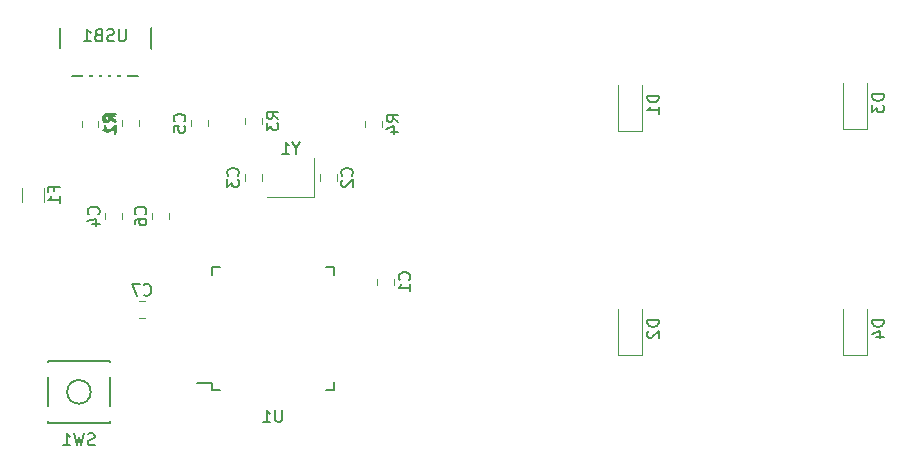
<source format=gbo>
G04 #@! TF.GenerationSoftware,KiCad,Pcbnew,(5.1.4)-1*
G04 #@! TF.CreationDate,2020-10-19T04:22:10-07:00*
G04 #@! TF.ProjectId,test-pcb,74657374-2d70-4636-922e-6b696361645f,rev?*
G04 #@! TF.SameCoordinates,Original*
G04 #@! TF.FileFunction,Legend,Bot*
G04 #@! TF.FilePolarity,Positive*
%FSLAX46Y46*%
G04 Gerber Fmt 4.6, Leading zero omitted, Abs format (unit mm)*
G04 Created by KiCad (PCBNEW (5.1.4)-1) date 2020-10-19 04:22:10*
%MOMM*%
%LPD*%
G04 APERTURE LIST*
%ADD10C,0.120000*%
%ADD11C,0.150000*%
%ADD12R,1.502000X1.302000*%
%ADD13O,1.802000X2.802000*%
%ADD14R,0.602000X2.352000*%
%ADD15R,0.652000X1.602000*%
%ADD16R,1.602000X0.652000*%
%ADD17R,1.902000X1.202000*%
%ADD18C,0.100000*%
%ADD19C,1.077000*%
%ADD20C,1.852000*%
%ADD21C,2.352000*%
%ADD22C,4.089800*%
%ADD23C,2.352000*%
%ADD24C,1.352000*%
%ADD25R,1.302000X1.002000*%
G04 APERTURE END LIST*
D10*
X52641250Y-100773500D02*
X48641250Y-100773500D01*
X52641250Y-97473500D02*
X52641250Y-100773500D01*
D11*
X31075000Y-85090000D02*
X31075000Y-90540000D01*
X38775000Y-85090000D02*
X38775000Y-90540000D01*
X31075000Y-90540000D02*
X38775000Y-90540000D01*
X43974000Y-116518750D02*
X42699000Y-116518750D01*
X54324000Y-117093750D02*
X53649000Y-117093750D01*
X54324000Y-106743750D02*
X53649000Y-106743750D01*
X43974000Y-106743750D02*
X44649000Y-106743750D01*
X43974000Y-117093750D02*
X44649000Y-117093750D01*
X43974000Y-106743750D02*
X43974000Y-107418750D01*
X54324000Y-106743750D02*
X54324000Y-107418750D01*
X54324000Y-117093750D02*
X54324000Y-116418750D01*
X43974000Y-117093750D02*
X43974000Y-116518750D01*
X35314000Y-114676000D02*
X30114000Y-114676000D01*
X30114000Y-114676000D02*
X30114000Y-119876000D01*
X30114000Y-119876000D02*
X35314000Y-119876000D01*
X35314000Y-119876000D02*
X35314000Y-114676000D01*
X33714000Y-117276000D02*
G75*
G03X33714000Y-117276000I-1000000J0D01*
G01*
D10*
X56948000Y-94825078D02*
X56948000Y-94307922D01*
X58368000Y-94825078D02*
X58368000Y-94307922D01*
X46788000Y-94571078D02*
X46788000Y-94053922D01*
X48208000Y-94571078D02*
X48208000Y-94053922D01*
X37794000Y-94229422D02*
X37794000Y-94746578D01*
X36374000Y-94229422D02*
X36374000Y-94746578D01*
X32945000Y-94873578D02*
X32945000Y-94356422D01*
X34365000Y-94873578D02*
X34365000Y-94356422D01*
X27919000Y-101183064D02*
X27919000Y-99978936D01*
X29739000Y-101183064D02*
X29739000Y-99978936D01*
X99425000Y-114168750D02*
X99425000Y-110268750D01*
X97425000Y-114168750D02*
X97425000Y-110268750D01*
X99425000Y-114168750D02*
X97425000Y-114168750D01*
X99425000Y-95056250D02*
X99425000Y-91156250D01*
X97425000Y-95056250D02*
X97425000Y-91156250D01*
X99425000Y-95056250D02*
X97425000Y-95056250D01*
X80375000Y-114168750D02*
X80375000Y-110268750D01*
X78375000Y-114168750D02*
X78375000Y-110268750D01*
X80375000Y-114168750D02*
X78375000Y-114168750D01*
X80375000Y-95181250D02*
X80375000Y-91281250D01*
X78375000Y-95181250D02*
X78375000Y-91281250D01*
X80375000Y-95181250D02*
X78375000Y-95181250D01*
X38295078Y-111041250D02*
X37777922Y-111041250D01*
X38295078Y-109621250D02*
X37777922Y-109621250D01*
X38914000Y-102135172D02*
X38914000Y-102652328D01*
X40334000Y-102135172D02*
X40334000Y-102652328D01*
X43636000Y-94277922D02*
X43636000Y-94795078D01*
X42216000Y-94277922D02*
X42216000Y-94795078D01*
X34945250Y-102135172D02*
X34945250Y-102652328D01*
X36365250Y-102135172D02*
X36365250Y-102652328D01*
X48176250Y-98864922D02*
X48176250Y-99382078D01*
X46756250Y-98864922D02*
X46756250Y-99382078D01*
X53106250Y-99382078D02*
X53106250Y-98864922D01*
X54526250Y-99382078D02*
X54526250Y-98864922D01*
X57964000Y-108208578D02*
X57964000Y-107691422D01*
X59384000Y-108208578D02*
X59384000Y-107691422D01*
D11*
X51117440Y-96649690D02*
X51117440Y-97125880D01*
X51450773Y-96125880D02*
X51117440Y-96649690D01*
X50784107Y-96125880D01*
X49926964Y-97125880D02*
X50498392Y-97125880D01*
X50212678Y-97125880D02*
X50212678Y-96125880D01*
X50307916Y-96268738D01*
X50403154Y-96363976D01*
X50498392Y-96411595D01*
X36663095Y-86574380D02*
X36663095Y-87383904D01*
X36615476Y-87479142D01*
X36567857Y-87526761D01*
X36472619Y-87574380D01*
X36282142Y-87574380D01*
X36186904Y-87526761D01*
X36139285Y-87479142D01*
X36091666Y-87383904D01*
X36091666Y-86574380D01*
X35663095Y-87526761D02*
X35520238Y-87574380D01*
X35282142Y-87574380D01*
X35186904Y-87526761D01*
X35139285Y-87479142D01*
X35091666Y-87383904D01*
X35091666Y-87288666D01*
X35139285Y-87193428D01*
X35186904Y-87145809D01*
X35282142Y-87098190D01*
X35472619Y-87050571D01*
X35567857Y-87002952D01*
X35615476Y-86955333D01*
X35663095Y-86860095D01*
X35663095Y-86764857D01*
X35615476Y-86669619D01*
X35567857Y-86622000D01*
X35472619Y-86574380D01*
X35234523Y-86574380D01*
X35091666Y-86622000D01*
X34329761Y-87050571D02*
X34186904Y-87098190D01*
X34139285Y-87145809D01*
X34091666Y-87241047D01*
X34091666Y-87383904D01*
X34139285Y-87479142D01*
X34186904Y-87526761D01*
X34282142Y-87574380D01*
X34663095Y-87574380D01*
X34663095Y-86574380D01*
X34329761Y-86574380D01*
X34234523Y-86622000D01*
X34186904Y-86669619D01*
X34139285Y-86764857D01*
X34139285Y-86860095D01*
X34186904Y-86955333D01*
X34234523Y-87002952D01*
X34329761Y-87050571D01*
X34663095Y-87050571D01*
X33139285Y-87574380D02*
X33710714Y-87574380D01*
X33424999Y-87574380D02*
X33424999Y-86574380D01*
X33520238Y-86717238D01*
X33615476Y-86812476D01*
X33710714Y-86860095D01*
X49910904Y-118821130D02*
X49910904Y-119630654D01*
X49863285Y-119725892D01*
X49815666Y-119773511D01*
X49720428Y-119821130D01*
X49529952Y-119821130D01*
X49434714Y-119773511D01*
X49387095Y-119725892D01*
X49339476Y-119630654D01*
X49339476Y-118821130D01*
X48339476Y-119821130D02*
X48910904Y-119821130D01*
X48625190Y-119821130D02*
X48625190Y-118821130D01*
X48720428Y-118963988D01*
X48815666Y-119059226D01*
X48910904Y-119106845D01*
X34047333Y-121744761D02*
X33904476Y-121792380D01*
X33666380Y-121792380D01*
X33571142Y-121744761D01*
X33523523Y-121697142D01*
X33475904Y-121601904D01*
X33475904Y-121506666D01*
X33523523Y-121411428D01*
X33571142Y-121363809D01*
X33666380Y-121316190D01*
X33856857Y-121268571D01*
X33952095Y-121220952D01*
X33999714Y-121173333D01*
X34047333Y-121078095D01*
X34047333Y-120982857D01*
X33999714Y-120887619D01*
X33952095Y-120840000D01*
X33856857Y-120792380D01*
X33618761Y-120792380D01*
X33475904Y-120840000D01*
X33142571Y-120792380D02*
X32904476Y-121792380D01*
X32714000Y-121078095D01*
X32523523Y-121792380D01*
X32285428Y-120792380D01*
X31380666Y-121792380D02*
X31952095Y-121792380D01*
X31666380Y-121792380D02*
X31666380Y-120792380D01*
X31761619Y-120935238D01*
X31856857Y-121030476D01*
X31952095Y-121078095D01*
X59760380Y-94399833D02*
X59284190Y-94066500D01*
X59760380Y-93828404D02*
X58760380Y-93828404D01*
X58760380Y-94209357D01*
X58808000Y-94304595D01*
X58855619Y-94352214D01*
X58950857Y-94399833D01*
X59093714Y-94399833D01*
X59188952Y-94352214D01*
X59236571Y-94304595D01*
X59284190Y-94209357D01*
X59284190Y-93828404D01*
X59093714Y-95256976D02*
X59760380Y-95256976D01*
X58712761Y-95018880D02*
X59427047Y-94780785D01*
X59427047Y-95399833D01*
X49600380Y-94145833D02*
X49124190Y-93812500D01*
X49600380Y-93574404D02*
X48600380Y-93574404D01*
X48600380Y-93955357D01*
X48648000Y-94050595D01*
X48695619Y-94098214D01*
X48790857Y-94145833D01*
X48933714Y-94145833D01*
X49028952Y-94098214D01*
X49076571Y-94050595D01*
X49124190Y-93955357D01*
X49124190Y-93574404D01*
X48600380Y-94479166D02*
X48600380Y-95098214D01*
X48981333Y-94764880D01*
X48981333Y-94907738D01*
X49028952Y-95002976D01*
X49076571Y-95050595D01*
X49171809Y-95098214D01*
X49409904Y-95098214D01*
X49505142Y-95050595D01*
X49552761Y-95002976D01*
X49600380Y-94907738D01*
X49600380Y-94622023D01*
X49552761Y-94526785D01*
X49505142Y-94479166D01*
X35886380Y-94321333D02*
X35410190Y-93988000D01*
X35886380Y-93749904D02*
X34886380Y-93749904D01*
X34886380Y-94130857D01*
X34934000Y-94226095D01*
X34981619Y-94273714D01*
X35076857Y-94321333D01*
X35219714Y-94321333D01*
X35314952Y-94273714D01*
X35362571Y-94226095D01*
X35410190Y-94130857D01*
X35410190Y-93749904D01*
X34981619Y-94702285D02*
X34934000Y-94749904D01*
X34886380Y-94845142D01*
X34886380Y-95083238D01*
X34934000Y-95178476D01*
X34981619Y-95226095D01*
X35076857Y-95273714D01*
X35172095Y-95273714D01*
X35314952Y-95226095D01*
X35886380Y-94654666D01*
X35886380Y-95273714D01*
X35757380Y-94448333D02*
X35281190Y-94115000D01*
X35757380Y-93876904D02*
X34757380Y-93876904D01*
X34757380Y-94257857D01*
X34805000Y-94353095D01*
X34852619Y-94400714D01*
X34947857Y-94448333D01*
X35090714Y-94448333D01*
X35185952Y-94400714D01*
X35233571Y-94353095D01*
X35281190Y-94257857D01*
X35281190Y-93876904D01*
X35757380Y-95400714D02*
X35757380Y-94829285D01*
X35757380Y-95115000D02*
X34757380Y-95115000D01*
X34900238Y-95019761D01*
X34995476Y-94924523D01*
X35043095Y-94829285D01*
X30577571Y-100247666D02*
X30577571Y-99914333D01*
X31101380Y-99914333D02*
X30101380Y-99914333D01*
X30101380Y-100390523D01*
X31101380Y-101295285D02*
X31101380Y-100723857D01*
X31101380Y-101009571D02*
X30101380Y-101009571D01*
X30244238Y-100914333D01*
X30339476Y-100819095D01*
X30387095Y-100723857D01*
X100877380Y-111180654D02*
X99877380Y-111180654D01*
X99877380Y-111418750D01*
X99925000Y-111561607D01*
X100020238Y-111656845D01*
X100115476Y-111704464D01*
X100305952Y-111752083D01*
X100448809Y-111752083D01*
X100639285Y-111704464D01*
X100734523Y-111656845D01*
X100829761Y-111561607D01*
X100877380Y-111418750D01*
X100877380Y-111180654D01*
X100210714Y-112609226D02*
X100877380Y-112609226D01*
X99829761Y-112371130D02*
X100544047Y-112133035D01*
X100544047Y-112752083D01*
X100877380Y-92068154D02*
X99877380Y-92068154D01*
X99877380Y-92306250D01*
X99925000Y-92449107D01*
X100020238Y-92544345D01*
X100115476Y-92591964D01*
X100305952Y-92639583D01*
X100448809Y-92639583D01*
X100639285Y-92591964D01*
X100734523Y-92544345D01*
X100829761Y-92449107D01*
X100877380Y-92306250D01*
X100877380Y-92068154D01*
X99877380Y-92972916D02*
X99877380Y-93591964D01*
X100258333Y-93258630D01*
X100258333Y-93401488D01*
X100305952Y-93496726D01*
X100353571Y-93544345D01*
X100448809Y-93591964D01*
X100686904Y-93591964D01*
X100782142Y-93544345D01*
X100829761Y-93496726D01*
X100877380Y-93401488D01*
X100877380Y-93115773D01*
X100829761Y-93020535D01*
X100782142Y-92972916D01*
X81827380Y-111180654D02*
X80827380Y-111180654D01*
X80827380Y-111418750D01*
X80875000Y-111561607D01*
X80970238Y-111656845D01*
X81065476Y-111704464D01*
X81255952Y-111752083D01*
X81398809Y-111752083D01*
X81589285Y-111704464D01*
X81684523Y-111656845D01*
X81779761Y-111561607D01*
X81827380Y-111418750D01*
X81827380Y-111180654D01*
X80922619Y-112133035D02*
X80875000Y-112180654D01*
X80827380Y-112275892D01*
X80827380Y-112513988D01*
X80875000Y-112609226D01*
X80922619Y-112656845D01*
X81017857Y-112704464D01*
X81113095Y-112704464D01*
X81255952Y-112656845D01*
X81827380Y-112085416D01*
X81827380Y-112704464D01*
X81827380Y-92193154D02*
X80827380Y-92193154D01*
X80827380Y-92431250D01*
X80875000Y-92574107D01*
X80970238Y-92669345D01*
X81065476Y-92716964D01*
X81255952Y-92764583D01*
X81398809Y-92764583D01*
X81589285Y-92716964D01*
X81684523Y-92669345D01*
X81779761Y-92574107D01*
X81827380Y-92431250D01*
X81827380Y-92193154D01*
X81827380Y-93716964D02*
X81827380Y-93145535D01*
X81827380Y-93431250D02*
X80827380Y-93431250D01*
X80970238Y-93336011D01*
X81065476Y-93240773D01*
X81113095Y-93145535D01*
X38203166Y-109038392D02*
X38250785Y-109086011D01*
X38393642Y-109133630D01*
X38488880Y-109133630D01*
X38631738Y-109086011D01*
X38726976Y-108990773D01*
X38774595Y-108895535D01*
X38822214Y-108705059D01*
X38822214Y-108562202D01*
X38774595Y-108371726D01*
X38726976Y-108276488D01*
X38631738Y-108181250D01*
X38488880Y-108133630D01*
X38393642Y-108133630D01*
X38250785Y-108181250D01*
X38203166Y-108228869D01*
X37869833Y-108133630D02*
X37203166Y-108133630D01*
X37631738Y-109133630D01*
X38331142Y-102227083D02*
X38378761Y-102179464D01*
X38426380Y-102036607D01*
X38426380Y-101941369D01*
X38378761Y-101798511D01*
X38283523Y-101703273D01*
X38188285Y-101655654D01*
X37997809Y-101608035D01*
X37854952Y-101608035D01*
X37664476Y-101655654D01*
X37569238Y-101703273D01*
X37474000Y-101798511D01*
X37426380Y-101941369D01*
X37426380Y-102036607D01*
X37474000Y-102179464D01*
X37521619Y-102227083D01*
X37426380Y-103084226D02*
X37426380Y-102893750D01*
X37474000Y-102798511D01*
X37521619Y-102750892D01*
X37664476Y-102655654D01*
X37854952Y-102608035D01*
X38235904Y-102608035D01*
X38331142Y-102655654D01*
X38378761Y-102703273D01*
X38426380Y-102798511D01*
X38426380Y-102988988D01*
X38378761Y-103084226D01*
X38331142Y-103131845D01*
X38235904Y-103179464D01*
X37997809Y-103179464D01*
X37902571Y-103131845D01*
X37854952Y-103084226D01*
X37807333Y-102988988D01*
X37807333Y-102798511D01*
X37854952Y-102703273D01*
X37902571Y-102655654D01*
X37997809Y-102608035D01*
X41633142Y-94369833D02*
X41680761Y-94322214D01*
X41728380Y-94179357D01*
X41728380Y-94084119D01*
X41680761Y-93941261D01*
X41585523Y-93846023D01*
X41490285Y-93798404D01*
X41299809Y-93750785D01*
X41156952Y-93750785D01*
X40966476Y-93798404D01*
X40871238Y-93846023D01*
X40776000Y-93941261D01*
X40728380Y-94084119D01*
X40728380Y-94179357D01*
X40776000Y-94322214D01*
X40823619Y-94369833D01*
X40728380Y-95274595D02*
X40728380Y-94798404D01*
X41204571Y-94750785D01*
X41156952Y-94798404D01*
X41109333Y-94893642D01*
X41109333Y-95131738D01*
X41156952Y-95226976D01*
X41204571Y-95274595D01*
X41299809Y-95322214D01*
X41537904Y-95322214D01*
X41633142Y-95274595D01*
X41680761Y-95226976D01*
X41728380Y-95131738D01*
X41728380Y-94893642D01*
X41680761Y-94798404D01*
X41633142Y-94750785D01*
X34362392Y-102227083D02*
X34410011Y-102179464D01*
X34457630Y-102036607D01*
X34457630Y-101941369D01*
X34410011Y-101798511D01*
X34314773Y-101703273D01*
X34219535Y-101655654D01*
X34029059Y-101608035D01*
X33886202Y-101608035D01*
X33695726Y-101655654D01*
X33600488Y-101703273D01*
X33505250Y-101798511D01*
X33457630Y-101941369D01*
X33457630Y-102036607D01*
X33505250Y-102179464D01*
X33552869Y-102227083D01*
X33790964Y-103084226D02*
X34457630Y-103084226D01*
X33410011Y-102846130D02*
X34124297Y-102608035D01*
X34124297Y-103227083D01*
X46173392Y-98956833D02*
X46221011Y-98909214D01*
X46268630Y-98766357D01*
X46268630Y-98671119D01*
X46221011Y-98528261D01*
X46125773Y-98433023D01*
X46030535Y-98385404D01*
X45840059Y-98337785D01*
X45697202Y-98337785D01*
X45506726Y-98385404D01*
X45411488Y-98433023D01*
X45316250Y-98528261D01*
X45268630Y-98671119D01*
X45268630Y-98766357D01*
X45316250Y-98909214D01*
X45363869Y-98956833D01*
X45268630Y-99290166D02*
X45268630Y-99909214D01*
X45649583Y-99575880D01*
X45649583Y-99718738D01*
X45697202Y-99813976D01*
X45744821Y-99861595D01*
X45840059Y-99909214D01*
X46078154Y-99909214D01*
X46173392Y-99861595D01*
X46221011Y-99813976D01*
X46268630Y-99718738D01*
X46268630Y-99433023D01*
X46221011Y-99337785D01*
X46173392Y-99290166D01*
X55823392Y-98956833D02*
X55871011Y-98909214D01*
X55918630Y-98766357D01*
X55918630Y-98671119D01*
X55871011Y-98528261D01*
X55775773Y-98433023D01*
X55680535Y-98385404D01*
X55490059Y-98337785D01*
X55347202Y-98337785D01*
X55156726Y-98385404D01*
X55061488Y-98433023D01*
X54966250Y-98528261D01*
X54918630Y-98671119D01*
X54918630Y-98766357D01*
X54966250Y-98909214D01*
X55013869Y-98956833D01*
X55013869Y-99337785D02*
X54966250Y-99385404D01*
X54918630Y-99480642D01*
X54918630Y-99718738D01*
X54966250Y-99813976D01*
X55013869Y-99861595D01*
X55109107Y-99909214D01*
X55204345Y-99909214D01*
X55347202Y-99861595D01*
X55918630Y-99290166D01*
X55918630Y-99909214D01*
X60681142Y-107783333D02*
X60728761Y-107735714D01*
X60776380Y-107592857D01*
X60776380Y-107497619D01*
X60728761Y-107354761D01*
X60633523Y-107259523D01*
X60538285Y-107211904D01*
X60347809Y-107164285D01*
X60204952Y-107164285D01*
X60014476Y-107211904D01*
X59919238Y-107259523D01*
X59824000Y-107354761D01*
X59776380Y-107497619D01*
X59776380Y-107592857D01*
X59824000Y-107735714D01*
X59871619Y-107783333D01*
X60776380Y-108735714D02*
X60776380Y-108164285D01*
X60776380Y-108450000D02*
X59776380Y-108450000D01*
X59919238Y-108354761D01*
X60014476Y-108259523D01*
X60062095Y-108164285D01*
%LPC*%
D12*
X51741250Y-98273500D03*
X49541250Y-98273500D03*
X49541250Y-99973500D03*
X51741250Y-99973500D03*
D13*
X31275000Y-85090000D03*
X38575000Y-85090000D03*
X38575000Y-89590000D03*
X31275000Y-89590000D03*
D14*
X33325000Y-89590000D03*
X34125000Y-89590000D03*
X34925000Y-89590000D03*
X35725000Y-89590000D03*
X36525000Y-89590000D03*
D15*
X45149000Y-117618750D03*
X45949000Y-117618750D03*
X46749000Y-117618750D03*
X47549000Y-117618750D03*
X48349000Y-117618750D03*
X49149000Y-117618750D03*
X49949000Y-117618750D03*
X50749000Y-117618750D03*
X51549000Y-117618750D03*
X52349000Y-117618750D03*
X53149000Y-117618750D03*
D16*
X54849000Y-115918750D03*
X54849000Y-115118750D03*
X54849000Y-114318750D03*
X54849000Y-113518750D03*
X54849000Y-112718750D03*
X54849000Y-111918750D03*
X54849000Y-111118750D03*
X54849000Y-110318750D03*
X54849000Y-109518750D03*
X54849000Y-108718750D03*
X54849000Y-107918750D03*
D15*
X53149000Y-106218750D03*
X52349000Y-106218750D03*
X51549000Y-106218750D03*
X50749000Y-106218750D03*
X49949000Y-106218750D03*
X49149000Y-106218750D03*
X48349000Y-106218750D03*
X47549000Y-106218750D03*
X46749000Y-106218750D03*
X45949000Y-106218750D03*
X45149000Y-106218750D03*
D16*
X43449000Y-107918750D03*
X43449000Y-108718750D03*
X43449000Y-109518750D03*
X43449000Y-110318750D03*
X43449000Y-111118750D03*
X43449000Y-111918750D03*
X43449000Y-112718750D03*
X43449000Y-113518750D03*
X43449000Y-114318750D03*
X43449000Y-115118750D03*
X43449000Y-115918750D03*
D17*
X35814000Y-119126000D03*
X29614000Y-115426000D03*
X35814000Y-115426000D03*
X29614000Y-119126000D03*
D18*
G36*
X58166141Y-93091797D02*
G01*
X58192278Y-93095674D01*
X58217909Y-93102094D01*
X58242788Y-93110995D01*
X58266674Y-93122293D01*
X58289337Y-93135877D01*
X58310560Y-93151617D01*
X58330139Y-93169361D01*
X58347883Y-93188940D01*
X58363623Y-93210163D01*
X58377207Y-93232826D01*
X58388505Y-93256712D01*
X58397406Y-93281591D01*
X58403826Y-93307222D01*
X58407703Y-93333359D01*
X58409000Y-93359750D01*
X58409000Y-93898250D01*
X58407703Y-93924641D01*
X58403826Y-93950778D01*
X58397406Y-93976409D01*
X58388505Y-94001288D01*
X58377207Y-94025174D01*
X58363623Y-94047837D01*
X58347883Y-94069060D01*
X58330139Y-94088639D01*
X58310560Y-94106383D01*
X58289337Y-94122123D01*
X58266674Y-94135707D01*
X58242788Y-94147005D01*
X58217909Y-94155906D01*
X58192278Y-94162326D01*
X58166141Y-94166203D01*
X58139750Y-94167500D01*
X57176250Y-94167500D01*
X57149859Y-94166203D01*
X57123722Y-94162326D01*
X57098091Y-94155906D01*
X57073212Y-94147005D01*
X57049326Y-94135707D01*
X57026663Y-94122123D01*
X57005440Y-94106383D01*
X56985861Y-94088639D01*
X56968117Y-94069060D01*
X56952377Y-94047837D01*
X56938793Y-94025174D01*
X56927495Y-94001288D01*
X56918594Y-93976409D01*
X56912174Y-93950778D01*
X56908297Y-93924641D01*
X56907000Y-93898250D01*
X56907000Y-93359750D01*
X56908297Y-93333359D01*
X56912174Y-93307222D01*
X56918594Y-93281591D01*
X56927495Y-93256712D01*
X56938793Y-93232826D01*
X56952377Y-93210163D01*
X56968117Y-93188940D01*
X56985861Y-93169361D01*
X57005440Y-93151617D01*
X57026663Y-93135877D01*
X57049326Y-93122293D01*
X57073212Y-93110995D01*
X57098091Y-93102094D01*
X57123722Y-93095674D01*
X57149859Y-93091797D01*
X57176250Y-93090500D01*
X58139750Y-93090500D01*
X58166141Y-93091797D01*
X58166141Y-93091797D01*
G37*
D19*
X57658000Y-93629000D03*
D18*
G36*
X58166141Y-94966797D02*
G01*
X58192278Y-94970674D01*
X58217909Y-94977094D01*
X58242788Y-94985995D01*
X58266674Y-94997293D01*
X58289337Y-95010877D01*
X58310560Y-95026617D01*
X58330139Y-95044361D01*
X58347883Y-95063940D01*
X58363623Y-95085163D01*
X58377207Y-95107826D01*
X58388505Y-95131712D01*
X58397406Y-95156591D01*
X58403826Y-95182222D01*
X58407703Y-95208359D01*
X58409000Y-95234750D01*
X58409000Y-95773250D01*
X58407703Y-95799641D01*
X58403826Y-95825778D01*
X58397406Y-95851409D01*
X58388505Y-95876288D01*
X58377207Y-95900174D01*
X58363623Y-95922837D01*
X58347883Y-95944060D01*
X58330139Y-95963639D01*
X58310560Y-95981383D01*
X58289337Y-95997123D01*
X58266674Y-96010707D01*
X58242788Y-96022005D01*
X58217909Y-96030906D01*
X58192278Y-96037326D01*
X58166141Y-96041203D01*
X58139750Y-96042500D01*
X57176250Y-96042500D01*
X57149859Y-96041203D01*
X57123722Y-96037326D01*
X57098091Y-96030906D01*
X57073212Y-96022005D01*
X57049326Y-96010707D01*
X57026663Y-95997123D01*
X57005440Y-95981383D01*
X56985861Y-95963639D01*
X56968117Y-95944060D01*
X56952377Y-95922837D01*
X56938793Y-95900174D01*
X56927495Y-95876288D01*
X56918594Y-95851409D01*
X56912174Y-95825778D01*
X56908297Y-95799641D01*
X56907000Y-95773250D01*
X56907000Y-95234750D01*
X56908297Y-95208359D01*
X56912174Y-95182222D01*
X56918594Y-95156591D01*
X56927495Y-95131712D01*
X56938793Y-95107826D01*
X56952377Y-95085163D01*
X56968117Y-95063940D01*
X56985861Y-95044361D01*
X57005440Y-95026617D01*
X57026663Y-95010877D01*
X57049326Y-94997293D01*
X57073212Y-94985995D01*
X57098091Y-94977094D01*
X57123722Y-94970674D01*
X57149859Y-94966797D01*
X57176250Y-94965500D01*
X58139750Y-94965500D01*
X58166141Y-94966797D01*
X58166141Y-94966797D01*
G37*
D19*
X57658000Y-95504000D03*
D18*
G36*
X48006141Y-92837797D02*
G01*
X48032278Y-92841674D01*
X48057909Y-92848094D01*
X48082788Y-92856995D01*
X48106674Y-92868293D01*
X48129337Y-92881877D01*
X48150560Y-92897617D01*
X48170139Y-92915361D01*
X48187883Y-92934940D01*
X48203623Y-92956163D01*
X48217207Y-92978826D01*
X48228505Y-93002712D01*
X48237406Y-93027591D01*
X48243826Y-93053222D01*
X48247703Y-93079359D01*
X48249000Y-93105750D01*
X48249000Y-93644250D01*
X48247703Y-93670641D01*
X48243826Y-93696778D01*
X48237406Y-93722409D01*
X48228505Y-93747288D01*
X48217207Y-93771174D01*
X48203623Y-93793837D01*
X48187883Y-93815060D01*
X48170139Y-93834639D01*
X48150560Y-93852383D01*
X48129337Y-93868123D01*
X48106674Y-93881707D01*
X48082788Y-93893005D01*
X48057909Y-93901906D01*
X48032278Y-93908326D01*
X48006141Y-93912203D01*
X47979750Y-93913500D01*
X47016250Y-93913500D01*
X46989859Y-93912203D01*
X46963722Y-93908326D01*
X46938091Y-93901906D01*
X46913212Y-93893005D01*
X46889326Y-93881707D01*
X46866663Y-93868123D01*
X46845440Y-93852383D01*
X46825861Y-93834639D01*
X46808117Y-93815060D01*
X46792377Y-93793837D01*
X46778793Y-93771174D01*
X46767495Y-93747288D01*
X46758594Y-93722409D01*
X46752174Y-93696778D01*
X46748297Y-93670641D01*
X46747000Y-93644250D01*
X46747000Y-93105750D01*
X46748297Y-93079359D01*
X46752174Y-93053222D01*
X46758594Y-93027591D01*
X46767495Y-93002712D01*
X46778793Y-92978826D01*
X46792377Y-92956163D01*
X46808117Y-92934940D01*
X46825861Y-92915361D01*
X46845440Y-92897617D01*
X46866663Y-92881877D01*
X46889326Y-92868293D01*
X46913212Y-92856995D01*
X46938091Y-92848094D01*
X46963722Y-92841674D01*
X46989859Y-92837797D01*
X47016250Y-92836500D01*
X47979750Y-92836500D01*
X48006141Y-92837797D01*
X48006141Y-92837797D01*
G37*
D19*
X47498000Y-93375000D03*
D18*
G36*
X48006141Y-94712797D02*
G01*
X48032278Y-94716674D01*
X48057909Y-94723094D01*
X48082788Y-94731995D01*
X48106674Y-94743293D01*
X48129337Y-94756877D01*
X48150560Y-94772617D01*
X48170139Y-94790361D01*
X48187883Y-94809940D01*
X48203623Y-94831163D01*
X48217207Y-94853826D01*
X48228505Y-94877712D01*
X48237406Y-94902591D01*
X48243826Y-94928222D01*
X48247703Y-94954359D01*
X48249000Y-94980750D01*
X48249000Y-95519250D01*
X48247703Y-95545641D01*
X48243826Y-95571778D01*
X48237406Y-95597409D01*
X48228505Y-95622288D01*
X48217207Y-95646174D01*
X48203623Y-95668837D01*
X48187883Y-95690060D01*
X48170139Y-95709639D01*
X48150560Y-95727383D01*
X48129337Y-95743123D01*
X48106674Y-95756707D01*
X48082788Y-95768005D01*
X48057909Y-95776906D01*
X48032278Y-95783326D01*
X48006141Y-95787203D01*
X47979750Y-95788500D01*
X47016250Y-95788500D01*
X46989859Y-95787203D01*
X46963722Y-95783326D01*
X46938091Y-95776906D01*
X46913212Y-95768005D01*
X46889326Y-95756707D01*
X46866663Y-95743123D01*
X46845440Y-95727383D01*
X46825861Y-95709639D01*
X46808117Y-95690060D01*
X46792377Y-95668837D01*
X46778793Y-95646174D01*
X46767495Y-95622288D01*
X46758594Y-95597409D01*
X46752174Y-95571778D01*
X46748297Y-95545641D01*
X46747000Y-95519250D01*
X46747000Y-94980750D01*
X46748297Y-94954359D01*
X46752174Y-94928222D01*
X46758594Y-94902591D01*
X46767495Y-94877712D01*
X46778793Y-94853826D01*
X46792377Y-94831163D01*
X46808117Y-94809940D01*
X46825861Y-94790361D01*
X46845440Y-94772617D01*
X46866663Y-94756877D01*
X46889326Y-94743293D01*
X46913212Y-94731995D01*
X46938091Y-94723094D01*
X46963722Y-94716674D01*
X46989859Y-94712797D01*
X47016250Y-94711500D01*
X47979750Y-94711500D01*
X48006141Y-94712797D01*
X48006141Y-94712797D01*
G37*
D19*
X47498000Y-95250000D03*
D18*
G36*
X37592141Y-94888297D02*
G01*
X37618278Y-94892174D01*
X37643909Y-94898594D01*
X37668788Y-94907495D01*
X37692674Y-94918793D01*
X37715337Y-94932377D01*
X37736560Y-94948117D01*
X37756139Y-94965861D01*
X37773883Y-94985440D01*
X37789623Y-95006663D01*
X37803207Y-95029326D01*
X37814505Y-95053212D01*
X37823406Y-95078091D01*
X37829826Y-95103722D01*
X37833703Y-95129859D01*
X37835000Y-95156250D01*
X37835000Y-95694750D01*
X37833703Y-95721141D01*
X37829826Y-95747278D01*
X37823406Y-95772909D01*
X37814505Y-95797788D01*
X37803207Y-95821674D01*
X37789623Y-95844337D01*
X37773883Y-95865560D01*
X37756139Y-95885139D01*
X37736560Y-95902883D01*
X37715337Y-95918623D01*
X37692674Y-95932207D01*
X37668788Y-95943505D01*
X37643909Y-95952406D01*
X37618278Y-95958826D01*
X37592141Y-95962703D01*
X37565750Y-95964000D01*
X36602250Y-95964000D01*
X36575859Y-95962703D01*
X36549722Y-95958826D01*
X36524091Y-95952406D01*
X36499212Y-95943505D01*
X36475326Y-95932207D01*
X36452663Y-95918623D01*
X36431440Y-95902883D01*
X36411861Y-95885139D01*
X36394117Y-95865560D01*
X36378377Y-95844337D01*
X36364793Y-95821674D01*
X36353495Y-95797788D01*
X36344594Y-95772909D01*
X36338174Y-95747278D01*
X36334297Y-95721141D01*
X36333000Y-95694750D01*
X36333000Y-95156250D01*
X36334297Y-95129859D01*
X36338174Y-95103722D01*
X36344594Y-95078091D01*
X36353495Y-95053212D01*
X36364793Y-95029326D01*
X36378377Y-95006663D01*
X36394117Y-94985440D01*
X36411861Y-94965861D01*
X36431440Y-94948117D01*
X36452663Y-94932377D01*
X36475326Y-94918793D01*
X36499212Y-94907495D01*
X36524091Y-94898594D01*
X36549722Y-94892174D01*
X36575859Y-94888297D01*
X36602250Y-94887000D01*
X37565750Y-94887000D01*
X37592141Y-94888297D01*
X37592141Y-94888297D01*
G37*
D19*
X37084000Y-95425500D03*
D18*
G36*
X37592141Y-93013297D02*
G01*
X37618278Y-93017174D01*
X37643909Y-93023594D01*
X37668788Y-93032495D01*
X37692674Y-93043793D01*
X37715337Y-93057377D01*
X37736560Y-93073117D01*
X37756139Y-93090861D01*
X37773883Y-93110440D01*
X37789623Y-93131663D01*
X37803207Y-93154326D01*
X37814505Y-93178212D01*
X37823406Y-93203091D01*
X37829826Y-93228722D01*
X37833703Y-93254859D01*
X37835000Y-93281250D01*
X37835000Y-93819750D01*
X37833703Y-93846141D01*
X37829826Y-93872278D01*
X37823406Y-93897909D01*
X37814505Y-93922788D01*
X37803207Y-93946674D01*
X37789623Y-93969337D01*
X37773883Y-93990560D01*
X37756139Y-94010139D01*
X37736560Y-94027883D01*
X37715337Y-94043623D01*
X37692674Y-94057207D01*
X37668788Y-94068505D01*
X37643909Y-94077406D01*
X37618278Y-94083826D01*
X37592141Y-94087703D01*
X37565750Y-94089000D01*
X36602250Y-94089000D01*
X36575859Y-94087703D01*
X36549722Y-94083826D01*
X36524091Y-94077406D01*
X36499212Y-94068505D01*
X36475326Y-94057207D01*
X36452663Y-94043623D01*
X36431440Y-94027883D01*
X36411861Y-94010139D01*
X36394117Y-93990560D01*
X36378377Y-93969337D01*
X36364793Y-93946674D01*
X36353495Y-93922788D01*
X36344594Y-93897909D01*
X36338174Y-93872278D01*
X36334297Y-93846141D01*
X36333000Y-93819750D01*
X36333000Y-93281250D01*
X36334297Y-93254859D01*
X36338174Y-93228722D01*
X36344594Y-93203091D01*
X36353495Y-93178212D01*
X36364793Y-93154326D01*
X36378377Y-93131663D01*
X36394117Y-93110440D01*
X36411861Y-93090861D01*
X36431440Y-93073117D01*
X36452663Y-93057377D01*
X36475326Y-93043793D01*
X36499212Y-93032495D01*
X36524091Y-93023594D01*
X36549722Y-93017174D01*
X36575859Y-93013297D01*
X36602250Y-93012000D01*
X37565750Y-93012000D01*
X37592141Y-93013297D01*
X37592141Y-93013297D01*
G37*
D19*
X37084000Y-93550500D03*
D18*
G36*
X34163141Y-93140297D02*
G01*
X34189278Y-93144174D01*
X34214909Y-93150594D01*
X34239788Y-93159495D01*
X34263674Y-93170793D01*
X34286337Y-93184377D01*
X34307560Y-93200117D01*
X34327139Y-93217861D01*
X34344883Y-93237440D01*
X34360623Y-93258663D01*
X34374207Y-93281326D01*
X34385505Y-93305212D01*
X34394406Y-93330091D01*
X34400826Y-93355722D01*
X34404703Y-93381859D01*
X34406000Y-93408250D01*
X34406000Y-93946750D01*
X34404703Y-93973141D01*
X34400826Y-93999278D01*
X34394406Y-94024909D01*
X34385505Y-94049788D01*
X34374207Y-94073674D01*
X34360623Y-94096337D01*
X34344883Y-94117560D01*
X34327139Y-94137139D01*
X34307560Y-94154883D01*
X34286337Y-94170623D01*
X34263674Y-94184207D01*
X34239788Y-94195505D01*
X34214909Y-94204406D01*
X34189278Y-94210826D01*
X34163141Y-94214703D01*
X34136750Y-94216000D01*
X33173250Y-94216000D01*
X33146859Y-94214703D01*
X33120722Y-94210826D01*
X33095091Y-94204406D01*
X33070212Y-94195505D01*
X33046326Y-94184207D01*
X33023663Y-94170623D01*
X33002440Y-94154883D01*
X32982861Y-94137139D01*
X32965117Y-94117560D01*
X32949377Y-94096337D01*
X32935793Y-94073674D01*
X32924495Y-94049788D01*
X32915594Y-94024909D01*
X32909174Y-93999278D01*
X32905297Y-93973141D01*
X32904000Y-93946750D01*
X32904000Y-93408250D01*
X32905297Y-93381859D01*
X32909174Y-93355722D01*
X32915594Y-93330091D01*
X32924495Y-93305212D01*
X32935793Y-93281326D01*
X32949377Y-93258663D01*
X32965117Y-93237440D01*
X32982861Y-93217861D01*
X33002440Y-93200117D01*
X33023663Y-93184377D01*
X33046326Y-93170793D01*
X33070212Y-93159495D01*
X33095091Y-93150594D01*
X33120722Y-93144174D01*
X33146859Y-93140297D01*
X33173250Y-93139000D01*
X34136750Y-93139000D01*
X34163141Y-93140297D01*
X34163141Y-93140297D01*
G37*
D19*
X33655000Y-93677500D03*
D18*
G36*
X34163141Y-95015297D02*
G01*
X34189278Y-95019174D01*
X34214909Y-95025594D01*
X34239788Y-95034495D01*
X34263674Y-95045793D01*
X34286337Y-95059377D01*
X34307560Y-95075117D01*
X34327139Y-95092861D01*
X34344883Y-95112440D01*
X34360623Y-95133663D01*
X34374207Y-95156326D01*
X34385505Y-95180212D01*
X34394406Y-95205091D01*
X34400826Y-95230722D01*
X34404703Y-95256859D01*
X34406000Y-95283250D01*
X34406000Y-95821750D01*
X34404703Y-95848141D01*
X34400826Y-95874278D01*
X34394406Y-95899909D01*
X34385505Y-95924788D01*
X34374207Y-95948674D01*
X34360623Y-95971337D01*
X34344883Y-95992560D01*
X34327139Y-96012139D01*
X34307560Y-96029883D01*
X34286337Y-96045623D01*
X34263674Y-96059207D01*
X34239788Y-96070505D01*
X34214909Y-96079406D01*
X34189278Y-96085826D01*
X34163141Y-96089703D01*
X34136750Y-96091000D01*
X33173250Y-96091000D01*
X33146859Y-96089703D01*
X33120722Y-96085826D01*
X33095091Y-96079406D01*
X33070212Y-96070505D01*
X33046326Y-96059207D01*
X33023663Y-96045623D01*
X33002440Y-96029883D01*
X32982861Y-96012139D01*
X32965117Y-95992560D01*
X32949377Y-95971337D01*
X32935793Y-95948674D01*
X32924495Y-95924788D01*
X32915594Y-95899909D01*
X32909174Y-95874278D01*
X32905297Y-95848141D01*
X32904000Y-95821750D01*
X32904000Y-95283250D01*
X32905297Y-95256859D01*
X32909174Y-95230722D01*
X32915594Y-95205091D01*
X32924495Y-95180212D01*
X32935793Y-95156326D01*
X32949377Y-95133663D01*
X32965117Y-95112440D01*
X32982861Y-95092861D01*
X33002440Y-95075117D01*
X33023663Y-95059377D01*
X33046326Y-95045793D01*
X33070212Y-95034495D01*
X33095091Y-95025594D01*
X33120722Y-95019174D01*
X33146859Y-95015297D01*
X33173250Y-95014000D01*
X34136750Y-95014000D01*
X34163141Y-95015297D01*
X34163141Y-95015297D01*
G37*
D19*
X33655000Y-95552500D03*
D20*
X95567500Y-111918750D03*
X85407500Y-111918750D03*
D21*
X87987500Y-107918750D03*
D22*
X90487500Y-111918750D03*
D21*
X87332501Y-108648750D03*
D23*
X86677500Y-109378750D02*
X87987502Y-107918750D01*
D21*
X93027500Y-106838750D03*
X93007500Y-107128750D03*
D23*
X92987500Y-107418750D02*
X93027500Y-106838750D01*
D20*
X95567500Y-92868750D03*
X85407500Y-92868750D03*
D21*
X87987500Y-88868750D03*
D22*
X90487500Y-92868750D03*
D21*
X87332501Y-89598750D03*
D23*
X86677500Y-90328750D02*
X87987502Y-88868750D01*
D21*
X93027500Y-87788750D03*
X93007500Y-88078750D03*
D23*
X92987500Y-88368750D02*
X93027500Y-87788750D01*
D20*
X76517500Y-111918750D03*
X66357500Y-111918750D03*
D21*
X68937500Y-107918750D03*
D22*
X71437500Y-111918750D03*
D21*
X68282501Y-108648750D03*
D23*
X67627500Y-109378750D02*
X68937502Y-107918750D01*
D21*
X73977500Y-106838750D03*
X73957500Y-107128750D03*
D23*
X73937500Y-107418750D02*
X73977500Y-106838750D01*
D20*
X76517500Y-92868750D03*
X66357500Y-92868750D03*
D21*
X68937500Y-88868750D03*
D22*
X71437500Y-92868750D03*
D21*
X68282501Y-89598750D03*
D23*
X67627500Y-90328750D02*
X68937502Y-88868750D01*
D21*
X73977500Y-87788750D03*
X73957500Y-88078750D03*
D23*
X73937500Y-88368750D02*
X73977500Y-87788750D01*
D18*
G36*
X29511104Y-98506302D02*
G01*
X29537352Y-98510196D01*
X29563093Y-98516643D01*
X29588078Y-98525583D01*
X29612066Y-98536928D01*
X29634826Y-98550571D01*
X29656140Y-98566378D01*
X29675802Y-98584198D01*
X29693622Y-98603860D01*
X29709429Y-98625174D01*
X29723072Y-98647934D01*
X29734417Y-98671922D01*
X29743357Y-98696907D01*
X29749804Y-98722648D01*
X29753698Y-98748896D01*
X29755000Y-98775400D01*
X29755000Y-99586600D01*
X29753698Y-99613104D01*
X29749804Y-99639352D01*
X29743357Y-99665093D01*
X29734417Y-99690078D01*
X29723072Y-99714066D01*
X29709429Y-99736826D01*
X29693622Y-99758140D01*
X29675802Y-99777802D01*
X29656140Y-99795622D01*
X29634826Y-99811429D01*
X29612066Y-99825072D01*
X29588078Y-99836417D01*
X29563093Y-99845357D01*
X29537352Y-99851804D01*
X29511104Y-99855698D01*
X29484600Y-99857000D01*
X28173400Y-99857000D01*
X28146896Y-99855698D01*
X28120648Y-99851804D01*
X28094907Y-99845357D01*
X28069922Y-99836417D01*
X28045934Y-99825072D01*
X28023174Y-99811429D01*
X28001860Y-99795622D01*
X27982198Y-99777802D01*
X27964378Y-99758140D01*
X27948571Y-99736826D01*
X27934928Y-99714066D01*
X27923583Y-99690078D01*
X27914643Y-99665093D01*
X27908196Y-99639352D01*
X27904302Y-99613104D01*
X27903000Y-99586600D01*
X27903000Y-98775400D01*
X27904302Y-98748896D01*
X27908196Y-98722648D01*
X27914643Y-98696907D01*
X27923583Y-98671922D01*
X27934928Y-98647934D01*
X27948571Y-98625174D01*
X27964378Y-98603860D01*
X27982198Y-98584198D01*
X28001860Y-98566378D01*
X28023174Y-98550571D01*
X28045934Y-98536928D01*
X28069922Y-98525583D01*
X28094907Y-98516643D01*
X28120648Y-98510196D01*
X28146896Y-98506302D01*
X28173400Y-98505000D01*
X29484600Y-98505000D01*
X29511104Y-98506302D01*
X29511104Y-98506302D01*
G37*
D24*
X28829000Y-99181000D03*
D18*
G36*
X29511104Y-101306302D02*
G01*
X29537352Y-101310196D01*
X29563093Y-101316643D01*
X29588078Y-101325583D01*
X29612066Y-101336928D01*
X29634826Y-101350571D01*
X29656140Y-101366378D01*
X29675802Y-101384198D01*
X29693622Y-101403860D01*
X29709429Y-101425174D01*
X29723072Y-101447934D01*
X29734417Y-101471922D01*
X29743357Y-101496907D01*
X29749804Y-101522648D01*
X29753698Y-101548896D01*
X29755000Y-101575400D01*
X29755000Y-102386600D01*
X29753698Y-102413104D01*
X29749804Y-102439352D01*
X29743357Y-102465093D01*
X29734417Y-102490078D01*
X29723072Y-102514066D01*
X29709429Y-102536826D01*
X29693622Y-102558140D01*
X29675802Y-102577802D01*
X29656140Y-102595622D01*
X29634826Y-102611429D01*
X29612066Y-102625072D01*
X29588078Y-102636417D01*
X29563093Y-102645357D01*
X29537352Y-102651804D01*
X29511104Y-102655698D01*
X29484600Y-102657000D01*
X28173400Y-102657000D01*
X28146896Y-102655698D01*
X28120648Y-102651804D01*
X28094907Y-102645357D01*
X28069922Y-102636417D01*
X28045934Y-102625072D01*
X28023174Y-102611429D01*
X28001860Y-102595622D01*
X27982198Y-102577802D01*
X27964378Y-102558140D01*
X27948571Y-102536826D01*
X27934928Y-102514066D01*
X27923583Y-102490078D01*
X27914643Y-102465093D01*
X27908196Y-102439352D01*
X27904302Y-102413104D01*
X27903000Y-102386600D01*
X27903000Y-101575400D01*
X27904302Y-101548896D01*
X27908196Y-101522648D01*
X27914643Y-101496907D01*
X27923583Y-101471922D01*
X27934928Y-101447934D01*
X27948571Y-101425174D01*
X27964378Y-101403860D01*
X27982198Y-101384198D01*
X28001860Y-101366378D01*
X28023174Y-101350571D01*
X28045934Y-101336928D01*
X28069922Y-101325583D01*
X28094907Y-101316643D01*
X28120648Y-101310196D01*
X28146896Y-101306302D01*
X28173400Y-101305000D01*
X29484600Y-101305000D01*
X29511104Y-101306302D01*
X29511104Y-101306302D01*
G37*
D24*
X28829000Y-101981000D03*
D25*
X98425000Y-110268750D03*
X98425000Y-113568750D03*
X98425000Y-91156250D03*
X98425000Y-94456250D03*
X79375000Y-110268750D03*
X79375000Y-113568750D03*
X79375000Y-91281250D03*
X79375000Y-94581250D03*
D18*
G36*
X37394641Y-109581547D02*
G01*
X37420778Y-109585424D01*
X37446409Y-109591844D01*
X37471288Y-109600745D01*
X37495174Y-109612043D01*
X37517837Y-109625627D01*
X37539060Y-109641367D01*
X37558639Y-109659111D01*
X37576383Y-109678690D01*
X37592123Y-109699913D01*
X37605707Y-109722576D01*
X37617005Y-109746462D01*
X37625906Y-109771341D01*
X37632326Y-109796972D01*
X37636203Y-109823109D01*
X37637500Y-109849500D01*
X37637500Y-110813000D01*
X37636203Y-110839391D01*
X37632326Y-110865528D01*
X37625906Y-110891159D01*
X37617005Y-110916038D01*
X37605707Y-110939924D01*
X37592123Y-110962587D01*
X37576383Y-110983810D01*
X37558639Y-111003389D01*
X37539060Y-111021133D01*
X37517837Y-111036873D01*
X37495174Y-111050457D01*
X37471288Y-111061755D01*
X37446409Y-111070656D01*
X37420778Y-111077076D01*
X37394641Y-111080953D01*
X37368250Y-111082250D01*
X36829750Y-111082250D01*
X36803359Y-111080953D01*
X36777222Y-111077076D01*
X36751591Y-111070656D01*
X36726712Y-111061755D01*
X36702826Y-111050457D01*
X36680163Y-111036873D01*
X36658940Y-111021133D01*
X36639361Y-111003389D01*
X36621617Y-110983810D01*
X36605877Y-110962587D01*
X36592293Y-110939924D01*
X36580995Y-110916038D01*
X36572094Y-110891159D01*
X36565674Y-110865528D01*
X36561797Y-110839391D01*
X36560500Y-110813000D01*
X36560500Y-109849500D01*
X36561797Y-109823109D01*
X36565674Y-109796972D01*
X36572094Y-109771341D01*
X36580995Y-109746462D01*
X36592293Y-109722576D01*
X36605877Y-109699913D01*
X36621617Y-109678690D01*
X36639361Y-109659111D01*
X36658940Y-109641367D01*
X36680163Y-109625627D01*
X36702826Y-109612043D01*
X36726712Y-109600745D01*
X36751591Y-109591844D01*
X36777222Y-109585424D01*
X36803359Y-109581547D01*
X36829750Y-109580250D01*
X37368250Y-109580250D01*
X37394641Y-109581547D01*
X37394641Y-109581547D01*
G37*
D19*
X37099000Y-110331250D03*
D18*
G36*
X39269641Y-109581547D02*
G01*
X39295778Y-109585424D01*
X39321409Y-109591844D01*
X39346288Y-109600745D01*
X39370174Y-109612043D01*
X39392837Y-109625627D01*
X39414060Y-109641367D01*
X39433639Y-109659111D01*
X39451383Y-109678690D01*
X39467123Y-109699913D01*
X39480707Y-109722576D01*
X39492005Y-109746462D01*
X39500906Y-109771341D01*
X39507326Y-109796972D01*
X39511203Y-109823109D01*
X39512500Y-109849500D01*
X39512500Y-110813000D01*
X39511203Y-110839391D01*
X39507326Y-110865528D01*
X39500906Y-110891159D01*
X39492005Y-110916038D01*
X39480707Y-110939924D01*
X39467123Y-110962587D01*
X39451383Y-110983810D01*
X39433639Y-111003389D01*
X39414060Y-111021133D01*
X39392837Y-111036873D01*
X39370174Y-111050457D01*
X39346288Y-111061755D01*
X39321409Y-111070656D01*
X39295778Y-111077076D01*
X39269641Y-111080953D01*
X39243250Y-111082250D01*
X38704750Y-111082250D01*
X38678359Y-111080953D01*
X38652222Y-111077076D01*
X38626591Y-111070656D01*
X38601712Y-111061755D01*
X38577826Y-111050457D01*
X38555163Y-111036873D01*
X38533940Y-111021133D01*
X38514361Y-111003389D01*
X38496617Y-110983810D01*
X38480877Y-110962587D01*
X38467293Y-110939924D01*
X38455995Y-110916038D01*
X38447094Y-110891159D01*
X38440674Y-110865528D01*
X38436797Y-110839391D01*
X38435500Y-110813000D01*
X38435500Y-109849500D01*
X38436797Y-109823109D01*
X38440674Y-109796972D01*
X38447094Y-109771341D01*
X38455995Y-109746462D01*
X38467293Y-109722576D01*
X38480877Y-109699913D01*
X38496617Y-109678690D01*
X38514361Y-109659111D01*
X38533940Y-109641367D01*
X38555163Y-109625627D01*
X38577826Y-109612043D01*
X38601712Y-109600745D01*
X38626591Y-109591844D01*
X38652222Y-109585424D01*
X38678359Y-109581547D01*
X38704750Y-109580250D01*
X39243250Y-109580250D01*
X39269641Y-109581547D01*
X39269641Y-109581547D01*
G37*
D19*
X38974000Y-110331250D03*
D18*
G36*
X40132141Y-100919047D02*
G01*
X40158278Y-100922924D01*
X40183909Y-100929344D01*
X40208788Y-100938245D01*
X40232674Y-100949543D01*
X40255337Y-100963127D01*
X40276560Y-100978867D01*
X40296139Y-100996611D01*
X40313883Y-101016190D01*
X40329623Y-101037413D01*
X40343207Y-101060076D01*
X40354505Y-101083962D01*
X40363406Y-101108841D01*
X40369826Y-101134472D01*
X40373703Y-101160609D01*
X40375000Y-101187000D01*
X40375000Y-101725500D01*
X40373703Y-101751891D01*
X40369826Y-101778028D01*
X40363406Y-101803659D01*
X40354505Y-101828538D01*
X40343207Y-101852424D01*
X40329623Y-101875087D01*
X40313883Y-101896310D01*
X40296139Y-101915889D01*
X40276560Y-101933633D01*
X40255337Y-101949373D01*
X40232674Y-101962957D01*
X40208788Y-101974255D01*
X40183909Y-101983156D01*
X40158278Y-101989576D01*
X40132141Y-101993453D01*
X40105750Y-101994750D01*
X39142250Y-101994750D01*
X39115859Y-101993453D01*
X39089722Y-101989576D01*
X39064091Y-101983156D01*
X39039212Y-101974255D01*
X39015326Y-101962957D01*
X38992663Y-101949373D01*
X38971440Y-101933633D01*
X38951861Y-101915889D01*
X38934117Y-101896310D01*
X38918377Y-101875087D01*
X38904793Y-101852424D01*
X38893495Y-101828538D01*
X38884594Y-101803659D01*
X38878174Y-101778028D01*
X38874297Y-101751891D01*
X38873000Y-101725500D01*
X38873000Y-101187000D01*
X38874297Y-101160609D01*
X38878174Y-101134472D01*
X38884594Y-101108841D01*
X38893495Y-101083962D01*
X38904793Y-101060076D01*
X38918377Y-101037413D01*
X38934117Y-101016190D01*
X38951861Y-100996611D01*
X38971440Y-100978867D01*
X38992663Y-100963127D01*
X39015326Y-100949543D01*
X39039212Y-100938245D01*
X39064091Y-100929344D01*
X39089722Y-100922924D01*
X39115859Y-100919047D01*
X39142250Y-100917750D01*
X40105750Y-100917750D01*
X40132141Y-100919047D01*
X40132141Y-100919047D01*
G37*
D19*
X39624000Y-101456250D03*
D18*
G36*
X40132141Y-102794047D02*
G01*
X40158278Y-102797924D01*
X40183909Y-102804344D01*
X40208788Y-102813245D01*
X40232674Y-102824543D01*
X40255337Y-102838127D01*
X40276560Y-102853867D01*
X40296139Y-102871611D01*
X40313883Y-102891190D01*
X40329623Y-102912413D01*
X40343207Y-102935076D01*
X40354505Y-102958962D01*
X40363406Y-102983841D01*
X40369826Y-103009472D01*
X40373703Y-103035609D01*
X40375000Y-103062000D01*
X40375000Y-103600500D01*
X40373703Y-103626891D01*
X40369826Y-103653028D01*
X40363406Y-103678659D01*
X40354505Y-103703538D01*
X40343207Y-103727424D01*
X40329623Y-103750087D01*
X40313883Y-103771310D01*
X40296139Y-103790889D01*
X40276560Y-103808633D01*
X40255337Y-103824373D01*
X40232674Y-103837957D01*
X40208788Y-103849255D01*
X40183909Y-103858156D01*
X40158278Y-103864576D01*
X40132141Y-103868453D01*
X40105750Y-103869750D01*
X39142250Y-103869750D01*
X39115859Y-103868453D01*
X39089722Y-103864576D01*
X39064091Y-103858156D01*
X39039212Y-103849255D01*
X39015326Y-103837957D01*
X38992663Y-103824373D01*
X38971440Y-103808633D01*
X38951861Y-103790889D01*
X38934117Y-103771310D01*
X38918377Y-103750087D01*
X38904793Y-103727424D01*
X38893495Y-103703538D01*
X38884594Y-103678659D01*
X38878174Y-103653028D01*
X38874297Y-103626891D01*
X38873000Y-103600500D01*
X38873000Y-103062000D01*
X38874297Y-103035609D01*
X38878174Y-103009472D01*
X38884594Y-102983841D01*
X38893495Y-102958962D01*
X38904793Y-102935076D01*
X38918377Y-102912413D01*
X38934117Y-102891190D01*
X38951861Y-102871611D01*
X38971440Y-102853867D01*
X38992663Y-102838127D01*
X39015326Y-102824543D01*
X39039212Y-102813245D01*
X39064091Y-102804344D01*
X39089722Y-102797924D01*
X39115859Y-102794047D01*
X39142250Y-102792750D01*
X40105750Y-102792750D01*
X40132141Y-102794047D01*
X40132141Y-102794047D01*
G37*
D19*
X39624000Y-103331250D03*
D18*
G36*
X43434141Y-94936797D02*
G01*
X43460278Y-94940674D01*
X43485909Y-94947094D01*
X43510788Y-94955995D01*
X43534674Y-94967293D01*
X43557337Y-94980877D01*
X43578560Y-94996617D01*
X43598139Y-95014361D01*
X43615883Y-95033940D01*
X43631623Y-95055163D01*
X43645207Y-95077826D01*
X43656505Y-95101712D01*
X43665406Y-95126591D01*
X43671826Y-95152222D01*
X43675703Y-95178359D01*
X43677000Y-95204750D01*
X43677000Y-95743250D01*
X43675703Y-95769641D01*
X43671826Y-95795778D01*
X43665406Y-95821409D01*
X43656505Y-95846288D01*
X43645207Y-95870174D01*
X43631623Y-95892837D01*
X43615883Y-95914060D01*
X43598139Y-95933639D01*
X43578560Y-95951383D01*
X43557337Y-95967123D01*
X43534674Y-95980707D01*
X43510788Y-95992005D01*
X43485909Y-96000906D01*
X43460278Y-96007326D01*
X43434141Y-96011203D01*
X43407750Y-96012500D01*
X42444250Y-96012500D01*
X42417859Y-96011203D01*
X42391722Y-96007326D01*
X42366091Y-96000906D01*
X42341212Y-95992005D01*
X42317326Y-95980707D01*
X42294663Y-95967123D01*
X42273440Y-95951383D01*
X42253861Y-95933639D01*
X42236117Y-95914060D01*
X42220377Y-95892837D01*
X42206793Y-95870174D01*
X42195495Y-95846288D01*
X42186594Y-95821409D01*
X42180174Y-95795778D01*
X42176297Y-95769641D01*
X42175000Y-95743250D01*
X42175000Y-95204750D01*
X42176297Y-95178359D01*
X42180174Y-95152222D01*
X42186594Y-95126591D01*
X42195495Y-95101712D01*
X42206793Y-95077826D01*
X42220377Y-95055163D01*
X42236117Y-95033940D01*
X42253861Y-95014361D01*
X42273440Y-94996617D01*
X42294663Y-94980877D01*
X42317326Y-94967293D01*
X42341212Y-94955995D01*
X42366091Y-94947094D01*
X42391722Y-94940674D01*
X42417859Y-94936797D01*
X42444250Y-94935500D01*
X43407750Y-94935500D01*
X43434141Y-94936797D01*
X43434141Y-94936797D01*
G37*
D19*
X42926000Y-95474000D03*
D18*
G36*
X43434141Y-93061797D02*
G01*
X43460278Y-93065674D01*
X43485909Y-93072094D01*
X43510788Y-93080995D01*
X43534674Y-93092293D01*
X43557337Y-93105877D01*
X43578560Y-93121617D01*
X43598139Y-93139361D01*
X43615883Y-93158940D01*
X43631623Y-93180163D01*
X43645207Y-93202826D01*
X43656505Y-93226712D01*
X43665406Y-93251591D01*
X43671826Y-93277222D01*
X43675703Y-93303359D01*
X43677000Y-93329750D01*
X43677000Y-93868250D01*
X43675703Y-93894641D01*
X43671826Y-93920778D01*
X43665406Y-93946409D01*
X43656505Y-93971288D01*
X43645207Y-93995174D01*
X43631623Y-94017837D01*
X43615883Y-94039060D01*
X43598139Y-94058639D01*
X43578560Y-94076383D01*
X43557337Y-94092123D01*
X43534674Y-94105707D01*
X43510788Y-94117005D01*
X43485909Y-94125906D01*
X43460278Y-94132326D01*
X43434141Y-94136203D01*
X43407750Y-94137500D01*
X42444250Y-94137500D01*
X42417859Y-94136203D01*
X42391722Y-94132326D01*
X42366091Y-94125906D01*
X42341212Y-94117005D01*
X42317326Y-94105707D01*
X42294663Y-94092123D01*
X42273440Y-94076383D01*
X42253861Y-94058639D01*
X42236117Y-94039060D01*
X42220377Y-94017837D01*
X42206793Y-93995174D01*
X42195495Y-93971288D01*
X42186594Y-93946409D01*
X42180174Y-93920778D01*
X42176297Y-93894641D01*
X42175000Y-93868250D01*
X42175000Y-93329750D01*
X42176297Y-93303359D01*
X42180174Y-93277222D01*
X42186594Y-93251591D01*
X42195495Y-93226712D01*
X42206793Y-93202826D01*
X42220377Y-93180163D01*
X42236117Y-93158940D01*
X42253861Y-93139361D01*
X42273440Y-93121617D01*
X42294663Y-93105877D01*
X42317326Y-93092293D01*
X42341212Y-93080995D01*
X42366091Y-93072094D01*
X42391722Y-93065674D01*
X42417859Y-93061797D01*
X42444250Y-93060500D01*
X43407750Y-93060500D01*
X43434141Y-93061797D01*
X43434141Y-93061797D01*
G37*
D19*
X42926000Y-93599000D03*
D18*
G36*
X36163391Y-100919047D02*
G01*
X36189528Y-100922924D01*
X36215159Y-100929344D01*
X36240038Y-100938245D01*
X36263924Y-100949543D01*
X36286587Y-100963127D01*
X36307810Y-100978867D01*
X36327389Y-100996611D01*
X36345133Y-101016190D01*
X36360873Y-101037413D01*
X36374457Y-101060076D01*
X36385755Y-101083962D01*
X36394656Y-101108841D01*
X36401076Y-101134472D01*
X36404953Y-101160609D01*
X36406250Y-101187000D01*
X36406250Y-101725500D01*
X36404953Y-101751891D01*
X36401076Y-101778028D01*
X36394656Y-101803659D01*
X36385755Y-101828538D01*
X36374457Y-101852424D01*
X36360873Y-101875087D01*
X36345133Y-101896310D01*
X36327389Y-101915889D01*
X36307810Y-101933633D01*
X36286587Y-101949373D01*
X36263924Y-101962957D01*
X36240038Y-101974255D01*
X36215159Y-101983156D01*
X36189528Y-101989576D01*
X36163391Y-101993453D01*
X36137000Y-101994750D01*
X35173500Y-101994750D01*
X35147109Y-101993453D01*
X35120972Y-101989576D01*
X35095341Y-101983156D01*
X35070462Y-101974255D01*
X35046576Y-101962957D01*
X35023913Y-101949373D01*
X35002690Y-101933633D01*
X34983111Y-101915889D01*
X34965367Y-101896310D01*
X34949627Y-101875087D01*
X34936043Y-101852424D01*
X34924745Y-101828538D01*
X34915844Y-101803659D01*
X34909424Y-101778028D01*
X34905547Y-101751891D01*
X34904250Y-101725500D01*
X34904250Y-101187000D01*
X34905547Y-101160609D01*
X34909424Y-101134472D01*
X34915844Y-101108841D01*
X34924745Y-101083962D01*
X34936043Y-101060076D01*
X34949627Y-101037413D01*
X34965367Y-101016190D01*
X34983111Y-100996611D01*
X35002690Y-100978867D01*
X35023913Y-100963127D01*
X35046576Y-100949543D01*
X35070462Y-100938245D01*
X35095341Y-100929344D01*
X35120972Y-100922924D01*
X35147109Y-100919047D01*
X35173500Y-100917750D01*
X36137000Y-100917750D01*
X36163391Y-100919047D01*
X36163391Y-100919047D01*
G37*
D19*
X35655250Y-101456250D03*
D18*
G36*
X36163391Y-102794047D02*
G01*
X36189528Y-102797924D01*
X36215159Y-102804344D01*
X36240038Y-102813245D01*
X36263924Y-102824543D01*
X36286587Y-102838127D01*
X36307810Y-102853867D01*
X36327389Y-102871611D01*
X36345133Y-102891190D01*
X36360873Y-102912413D01*
X36374457Y-102935076D01*
X36385755Y-102958962D01*
X36394656Y-102983841D01*
X36401076Y-103009472D01*
X36404953Y-103035609D01*
X36406250Y-103062000D01*
X36406250Y-103600500D01*
X36404953Y-103626891D01*
X36401076Y-103653028D01*
X36394656Y-103678659D01*
X36385755Y-103703538D01*
X36374457Y-103727424D01*
X36360873Y-103750087D01*
X36345133Y-103771310D01*
X36327389Y-103790889D01*
X36307810Y-103808633D01*
X36286587Y-103824373D01*
X36263924Y-103837957D01*
X36240038Y-103849255D01*
X36215159Y-103858156D01*
X36189528Y-103864576D01*
X36163391Y-103868453D01*
X36137000Y-103869750D01*
X35173500Y-103869750D01*
X35147109Y-103868453D01*
X35120972Y-103864576D01*
X35095341Y-103858156D01*
X35070462Y-103849255D01*
X35046576Y-103837957D01*
X35023913Y-103824373D01*
X35002690Y-103808633D01*
X34983111Y-103790889D01*
X34965367Y-103771310D01*
X34949627Y-103750087D01*
X34936043Y-103727424D01*
X34924745Y-103703538D01*
X34915844Y-103678659D01*
X34909424Y-103653028D01*
X34905547Y-103626891D01*
X34904250Y-103600500D01*
X34904250Y-103062000D01*
X34905547Y-103035609D01*
X34909424Y-103009472D01*
X34915844Y-102983841D01*
X34924745Y-102958962D01*
X34936043Y-102935076D01*
X34949627Y-102912413D01*
X34965367Y-102891190D01*
X34983111Y-102871611D01*
X35002690Y-102853867D01*
X35023913Y-102838127D01*
X35046576Y-102824543D01*
X35070462Y-102813245D01*
X35095341Y-102804344D01*
X35120972Y-102797924D01*
X35147109Y-102794047D01*
X35173500Y-102792750D01*
X36137000Y-102792750D01*
X36163391Y-102794047D01*
X36163391Y-102794047D01*
G37*
D19*
X35655250Y-103331250D03*
D18*
G36*
X47974391Y-99523797D02*
G01*
X48000528Y-99527674D01*
X48026159Y-99534094D01*
X48051038Y-99542995D01*
X48074924Y-99554293D01*
X48097587Y-99567877D01*
X48118810Y-99583617D01*
X48138389Y-99601361D01*
X48156133Y-99620940D01*
X48171873Y-99642163D01*
X48185457Y-99664826D01*
X48196755Y-99688712D01*
X48205656Y-99713591D01*
X48212076Y-99739222D01*
X48215953Y-99765359D01*
X48217250Y-99791750D01*
X48217250Y-100330250D01*
X48215953Y-100356641D01*
X48212076Y-100382778D01*
X48205656Y-100408409D01*
X48196755Y-100433288D01*
X48185457Y-100457174D01*
X48171873Y-100479837D01*
X48156133Y-100501060D01*
X48138389Y-100520639D01*
X48118810Y-100538383D01*
X48097587Y-100554123D01*
X48074924Y-100567707D01*
X48051038Y-100579005D01*
X48026159Y-100587906D01*
X48000528Y-100594326D01*
X47974391Y-100598203D01*
X47948000Y-100599500D01*
X46984500Y-100599500D01*
X46958109Y-100598203D01*
X46931972Y-100594326D01*
X46906341Y-100587906D01*
X46881462Y-100579005D01*
X46857576Y-100567707D01*
X46834913Y-100554123D01*
X46813690Y-100538383D01*
X46794111Y-100520639D01*
X46776367Y-100501060D01*
X46760627Y-100479837D01*
X46747043Y-100457174D01*
X46735745Y-100433288D01*
X46726844Y-100408409D01*
X46720424Y-100382778D01*
X46716547Y-100356641D01*
X46715250Y-100330250D01*
X46715250Y-99791750D01*
X46716547Y-99765359D01*
X46720424Y-99739222D01*
X46726844Y-99713591D01*
X46735745Y-99688712D01*
X46747043Y-99664826D01*
X46760627Y-99642163D01*
X46776367Y-99620940D01*
X46794111Y-99601361D01*
X46813690Y-99583617D01*
X46834913Y-99567877D01*
X46857576Y-99554293D01*
X46881462Y-99542995D01*
X46906341Y-99534094D01*
X46931972Y-99527674D01*
X46958109Y-99523797D01*
X46984500Y-99522500D01*
X47948000Y-99522500D01*
X47974391Y-99523797D01*
X47974391Y-99523797D01*
G37*
D19*
X47466250Y-100061000D03*
D18*
G36*
X47974391Y-97648797D02*
G01*
X48000528Y-97652674D01*
X48026159Y-97659094D01*
X48051038Y-97667995D01*
X48074924Y-97679293D01*
X48097587Y-97692877D01*
X48118810Y-97708617D01*
X48138389Y-97726361D01*
X48156133Y-97745940D01*
X48171873Y-97767163D01*
X48185457Y-97789826D01*
X48196755Y-97813712D01*
X48205656Y-97838591D01*
X48212076Y-97864222D01*
X48215953Y-97890359D01*
X48217250Y-97916750D01*
X48217250Y-98455250D01*
X48215953Y-98481641D01*
X48212076Y-98507778D01*
X48205656Y-98533409D01*
X48196755Y-98558288D01*
X48185457Y-98582174D01*
X48171873Y-98604837D01*
X48156133Y-98626060D01*
X48138389Y-98645639D01*
X48118810Y-98663383D01*
X48097587Y-98679123D01*
X48074924Y-98692707D01*
X48051038Y-98704005D01*
X48026159Y-98712906D01*
X48000528Y-98719326D01*
X47974391Y-98723203D01*
X47948000Y-98724500D01*
X46984500Y-98724500D01*
X46958109Y-98723203D01*
X46931972Y-98719326D01*
X46906341Y-98712906D01*
X46881462Y-98704005D01*
X46857576Y-98692707D01*
X46834913Y-98679123D01*
X46813690Y-98663383D01*
X46794111Y-98645639D01*
X46776367Y-98626060D01*
X46760627Y-98604837D01*
X46747043Y-98582174D01*
X46735745Y-98558288D01*
X46726844Y-98533409D01*
X46720424Y-98507778D01*
X46716547Y-98481641D01*
X46715250Y-98455250D01*
X46715250Y-97916750D01*
X46716547Y-97890359D01*
X46720424Y-97864222D01*
X46726844Y-97838591D01*
X46735745Y-97813712D01*
X46747043Y-97789826D01*
X46760627Y-97767163D01*
X46776367Y-97745940D01*
X46794111Y-97726361D01*
X46813690Y-97708617D01*
X46834913Y-97692877D01*
X46857576Y-97679293D01*
X46881462Y-97667995D01*
X46906341Y-97659094D01*
X46931972Y-97652674D01*
X46958109Y-97648797D01*
X46984500Y-97647500D01*
X47948000Y-97647500D01*
X47974391Y-97648797D01*
X47974391Y-97648797D01*
G37*
D19*
X47466250Y-98186000D03*
D18*
G36*
X54324391Y-97648797D02*
G01*
X54350528Y-97652674D01*
X54376159Y-97659094D01*
X54401038Y-97667995D01*
X54424924Y-97679293D01*
X54447587Y-97692877D01*
X54468810Y-97708617D01*
X54488389Y-97726361D01*
X54506133Y-97745940D01*
X54521873Y-97767163D01*
X54535457Y-97789826D01*
X54546755Y-97813712D01*
X54555656Y-97838591D01*
X54562076Y-97864222D01*
X54565953Y-97890359D01*
X54567250Y-97916750D01*
X54567250Y-98455250D01*
X54565953Y-98481641D01*
X54562076Y-98507778D01*
X54555656Y-98533409D01*
X54546755Y-98558288D01*
X54535457Y-98582174D01*
X54521873Y-98604837D01*
X54506133Y-98626060D01*
X54488389Y-98645639D01*
X54468810Y-98663383D01*
X54447587Y-98679123D01*
X54424924Y-98692707D01*
X54401038Y-98704005D01*
X54376159Y-98712906D01*
X54350528Y-98719326D01*
X54324391Y-98723203D01*
X54298000Y-98724500D01*
X53334500Y-98724500D01*
X53308109Y-98723203D01*
X53281972Y-98719326D01*
X53256341Y-98712906D01*
X53231462Y-98704005D01*
X53207576Y-98692707D01*
X53184913Y-98679123D01*
X53163690Y-98663383D01*
X53144111Y-98645639D01*
X53126367Y-98626060D01*
X53110627Y-98604837D01*
X53097043Y-98582174D01*
X53085745Y-98558288D01*
X53076844Y-98533409D01*
X53070424Y-98507778D01*
X53066547Y-98481641D01*
X53065250Y-98455250D01*
X53065250Y-97916750D01*
X53066547Y-97890359D01*
X53070424Y-97864222D01*
X53076844Y-97838591D01*
X53085745Y-97813712D01*
X53097043Y-97789826D01*
X53110627Y-97767163D01*
X53126367Y-97745940D01*
X53144111Y-97726361D01*
X53163690Y-97708617D01*
X53184913Y-97692877D01*
X53207576Y-97679293D01*
X53231462Y-97667995D01*
X53256341Y-97659094D01*
X53281972Y-97652674D01*
X53308109Y-97648797D01*
X53334500Y-97647500D01*
X54298000Y-97647500D01*
X54324391Y-97648797D01*
X54324391Y-97648797D01*
G37*
D19*
X53816250Y-98186000D03*
D18*
G36*
X54324391Y-99523797D02*
G01*
X54350528Y-99527674D01*
X54376159Y-99534094D01*
X54401038Y-99542995D01*
X54424924Y-99554293D01*
X54447587Y-99567877D01*
X54468810Y-99583617D01*
X54488389Y-99601361D01*
X54506133Y-99620940D01*
X54521873Y-99642163D01*
X54535457Y-99664826D01*
X54546755Y-99688712D01*
X54555656Y-99713591D01*
X54562076Y-99739222D01*
X54565953Y-99765359D01*
X54567250Y-99791750D01*
X54567250Y-100330250D01*
X54565953Y-100356641D01*
X54562076Y-100382778D01*
X54555656Y-100408409D01*
X54546755Y-100433288D01*
X54535457Y-100457174D01*
X54521873Y-100479837D01*
X54506133Y-100501060D01*
X54488389Y-100520639D01*
X54468810Y-100538383D01*
X54447587Y-100554123D01*
X54424924Y-100567707D01*
X54401038Y-100579005D01*
X54376159Y-100587906D01*
X54350528Y-100594326D01*
X54324391Y-100598203D01*
X54298000Y-100599500D01*
X53334500Y-100599500D01*
X53308109Y-100598203D01*
X53281972Y-100594326D01*
X53256341Y-100587906D01*
X53231462Y-100579005D01*
X53207576Y-100567707D01*
X53184913Y-100554123D01*
X53163690Y-100538383D01*
X53144111Y-100520639D01*
X53126367Y-100501060D01*
X53110627Y-100479837D01*
X53097043Y-100457174D01*
X53085745Y-100433288D01*
X53076844Y-100408409D01*
X53070424Y-100382778D01*
X53066547Y-100356641D01*
X53065250Y-100330250D01*
X53065250Y-99791750D01*
X53066547Y-99765359D01*
X53070424Y-99739222D01*
X53076844Y-99713591D01*
X53085745Y-99688712D01*
X53097043Y-99664826D01*
X53110627Y-99642163D01*
X53126367Y-99620940D01*
X53144111Y-99601361D01*
X53163690Y-99583617D01*
X53184913Y-99567877D01*
X53207576Y-99554293D01*
X53231462Y-99542995D01*
X53256341Y-99534094D01*
X53281972Y-99527674D01*
X53308109Y-99523797D01*
X53334500Y-99522500D01*
X54298000Y-99522500D01*
X54324391Y-99523797D01*
X54324391Y-99523797D01*
G37*
D19*
X53816250Y-100061000D03*
D18*
G36*
X59182141Y-106475297D02*
G01*
X59208278Y-106479174D01*
X59233909Y-106485594D01*
X59258788Y-106494495D01*
X59282674Y-106505793D01*
X59305337Y-106519377D01*
X59326560Y-106535117D01*
X59346139Y-106552861D01*
X59363883Y-106572440D01*
X59379623Y-106593663D01*
X59393207Y-106616326D01*
X59404505Y-106640212D01*
X59413406Y-106665091D01*
X59419826Y-106690722D01*
X59423703Y-106716859D01*
X59425000Y-106743250D01*
X59425000Y-107281750D01*
X59423703Y-107308141D01*
X59419826Y-107334278D01*
X59413406Y-107359909D01*
X59404505Y-107384788D01*
X59393207Y-107408674D01*
X59379623Y-107431337D01*
X59363883Y-107452560D01*
X59346139Y-107472139D01*
X59326560Y-107489883D01*
X59305337Y-107505623D01*
X59282674Y-107519207D01*
X59258788Y-107530505D01*
X59233909Y-107539406D01*
X59208278Y-107545826D01*
X59182141Y-107549703D01*
X59155750Y-107551000D01*
X58192250Y-107551000D01*
X58165859Y-107549703D01*
X58139722Y-107545826D01*
X58114091Y-107539406D01*
X58089212Y-107530505D01*
X58065326Y-107519207D01*
X58042663Y-107505623D01*
X58021440Y-107489883D01*
X58001861Y-107472139D01*
X57984117Y-107452560D01*
X57968377Y-107431337D01*
X57954793Y-107408674D01*
X57943495Y-107384788D01*
X57934594Y-107359909D01*
X57928174Y-107334278D01*
X57924297Y-107308141D01*
X57923000Y-107281750D01*
X57923000Y-106743250D01*
X57924297Y-106716859D01*
X57928174Y-106690722D01*
X57934594Y-106665091D01*
X57943495Y-106640212D01*
X57954793Y-106616326D01*
X57968377Y-106593663D01*
X57984117Y-106572440D01*
X58001861Y-106552861D01*
X58021440Y-106535117D01*
X58042663Y-106519377D01*
X58065326Y-106505793D01*
X58089212Y-106494495D01*
X58114091Y-106485594D01*
X58139722Y-106479174D01*
X58165859Y-106475297D01*
X58192250Y-106474000D01*
X59155750Y-106474000D01*
X59182141Y-106475297D01*
X59182141Y-106475297D01*
G37*
D19*
X58674000Y-107012500D03*
D18*
G36*
X59182141Y-108350297D02*
G01*
X59208278Y-108354174D01*
X59233909Y-108360594D01*
X59258788Y-108369495D01*
X59282674Y-108380793D01*
X59305337Y-108394377D01*
X59326560Y-108410117D01*
X59346139Y-108427861D01*
X59363883Y-108447440D01*
X59379623Y-108468663D01*
X59393207Y-108491326D01*
X59404505Y-108515212D01*
X59413406Y-108540091D01*
X59419826Y-108565722D01*
X59423703Y-108591859D01*
X59425000Y-108618250D01*
X59425000Y-109156750D01*
X59423703Y-109183141D01*
X59419826Y-109209278D01*
X59413406Y-109234909D01*
X59404505Y-109259788D01*
X59393207Y-109283674D01*
X59379623Y-109306337D01*
X59363883Y-109327560D01*
X59346139Y-109347139D01*
X59326560Y-109364883D01*
X59305337Y-109380623D01*
X59282674Y-109394207D01*
X59258788Y-109405505D01*
X59233909Y-109414406D01*
X59208278Y-109420826D01*
X59182141Y-109424703D01*
X59155750Y-109426000D01*
X58192250Y-109426000D01*
X58165859Y-109424703D01*
X58139722Y-109420826D01*
X58114091Y-109414406D01*
X58089212Y-109405505D01*
X58065326Y-109394207D01*
X58042663Y-109380623D01*
X58021440Y-109364883D01*
X58001861Y-109347139D01*
X57984117Y-109327560D01*
X57968377Y-109306337D01*
X57954793Y-109283674D01*
X57943495Y-109259788D01*
X57934594Y-109234909D01*
X57928174Y-109209278D01*
X57924297Y-109183141D01*
X57923000Y-109156750D01*
X57923000Y-108618250D01*
X57924297Y-108591859D01*
X57928174Y-108565722D01*
X57934594Y-108540091D01*
X57943495Y-108515212D01*
X57954793Y-108491326D01*
X57968377Y-108468663D01*
X57984117Y-108447440D01*
X58001861Y-108427861D01*
X58021440Y-108410117D01*
X58042663Y-108394377D01*
X58065326Y-108380793D01*
X58089212Y-108369495D01*
X58114091Y-108360594D01*
X58139722Y-108354174D01*
X58165859Y-108350297D01*
X58192250Y-108349000D01*
X59155750Y-108349000D01*
X59182141Y-108350297D01*
X59182141Y-108350297D01*
G37*
D19*
X58674000Y-108887500D03*
M02*

</source>
